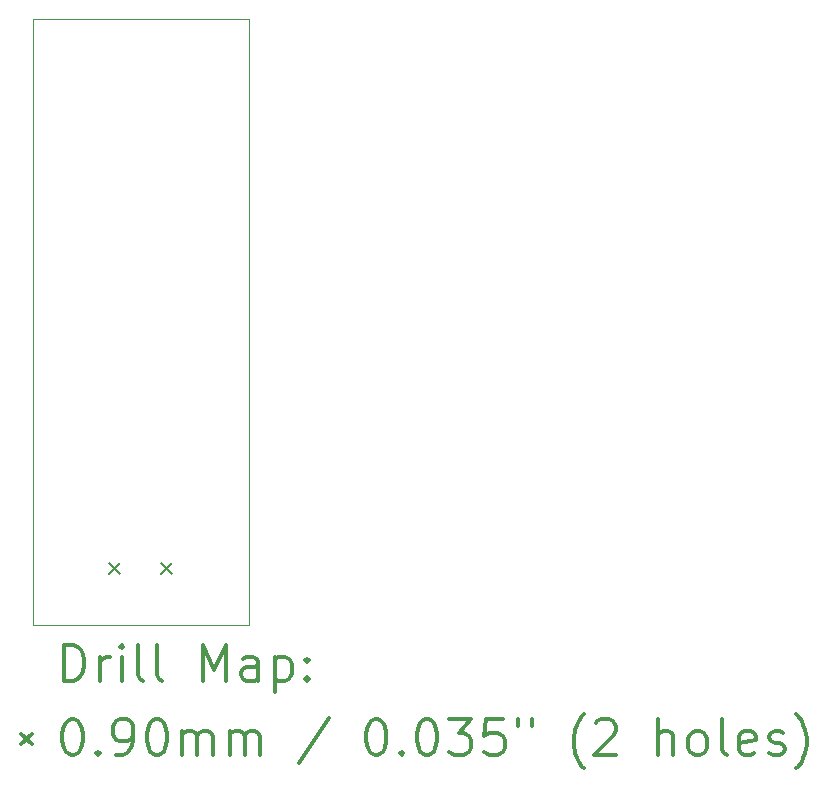
<source format=gbr>
%FSLAX45Y45*%
G04 Gerber Fmt 4.5, Leading zero omitted, Abs format (unit mm)*
G04 Created by KiCad (PCBNEW 4.0.0-rc1-stable) date 05/11/2015 13:36:21*
%MOMM*%
G01*
G04 APERTURE LIST*
%ADD10C,0.127000*%
%ADD11C,0.100000*%
%ADD12C,0.200000*%
%ADD13C,0.300000*%
G04 APERTURE END LIST*
D10*
D11*
X13817600Y-11087100D02*
X13830300Y-11087100D01*
X13817600Y-5956300D02*
X13817600Y-11087100D01*
X15646400Y-5956300D02*
X13817600Y-5956300D01*
X15646400Y-11061700D02*
X15646400Y-5956300D01*
X15646400Y-11087100D02*
X15646400Y-11061700D01*
X13830300Y-11087100D02*
X15646400Y-11087100D01*
D12*
X14467332Y-10562082D02*
X14557248Y-10651998D01*
X14557248Y-10562082D02*
X14467332Y-10651998D01*
X14907006Y-10562082D02*
X14996922Y-10651998D01*
X14996922Y-10562082D02*
X14907006Y-10651998D01*
D13*
X14084028Y-11557814D02*
X14084028Y-11257814D01*
X14155457Y-11257814D01*
X14198314Y-11272100D01*
X14226886Y-11300671D01*
X14241171Y-11329243D01*
X14255457Y-11386386D01*
X14255457Y-11429243D01*
X14241171Y-11486386D01*
X14226886Y-11514957D01*
X14198314Y-11543529D01*
X14155457Y-11557814D01*
X14084028Y-11557814D01*
X14384028Y-11557814D02*
X14384028Y-11357814D01*
X14384028Y-11414957D02*
X14398314Y-11386386D01*
X14412600Y-11372100D01*
X14441171Y-11357814D01*
X14469743Y-11357814D01*
X14569743Y-11557814D02*
X14569743Y-11357814D01*
X14569743Y-11257814D02*
X14555457Y-11272100D01*
X14569743Y-11286386D01*
X14584028Y-11272100D01*
X14569743Y-11257814D01*
X14569743Y-11286386D01*
X14755457Y-11557814D02*
X14726886Y-11543529D01*
X14712600Y-11514957D01*
X14712600Y-11257814D01*
X14912600Y-11557814D02*
X14884028Y-11543529D01*
X14869743Y-11514957D01*
X14869743Y-11257814D01*
X15255457Y-11557814D02*
X15255457Y-11257814D01*
X15355457Y-11472100D01*
X15455457Y-11257814D01*
X15455457Y-11557814D01*
X15726886Y-11557814D02*
X15726886Y-11400671D01*
X15712600Y-11372100D01*
X15684028Y-11357814D01*
X15626886Y-11357814D01*
X15598314Y-11372100D01*
X15726886Y-11543529D02*
X15698314Y-11557814D01*
X15626886Y-11557814D01*
X15598314Y-11543529D01*
X15584028Y-11514957D01*
X15584028Y-11486386D01*
X15598314Y-11457814D01*
X15626886Y-11443529D01*
X15698314Y-11443529D01*
X15726886Y-11429243D01*
X15869743Y-11357814D02*
X15869743Y-11657814D01*
X15869743Y-11372100D02*
X15898314Y-11357814D01*
X15955457Y-11357814D01*
X15984028Y-11372100D01*
X15998314Y-11386386D01*
X16012600Y-11414957D01*
X16012600Y-11500671D01*
X15998314Y-11529243D01*
X15984028Y-11543529D01*
X15955457Y-11557814D01*
X15898314Y-11557814D01*
X15869743Y-11543529D01*
X16141171Y-11529243D02*
X16155457Y-11543529D01*
X16141171Y-11557814D01*
X16126886Y-11543529D01*
X16141171Y-11529243D01*
X16141171Y-11557814D01*
X16141171Y-11372100D02*
X16155457Y-11386386D01*
X16141171Y-11400671D01*
X16126886Y-11386386D01*
X16141171Y-11372100D01*
X16141171Y-11400671D01*
X13722684Y-12007142D02*
X13812600Y-12097058D01*
X13812600Y-12007142D02*
X13722684Y-12097058D01*
X14141171Y-11887814D02*
X14169743Y-11887814D01*
X14198314Y-11902100D01*
X14212600Y-11916386D01*
X14226886Y-11944957D01*
X14241171Y-12002100D01*
X14241171Y-12073529D01*
X14226886Y-12130671D01*
X14212600Y-12159243D01*
X14198314Y-12173529D01*
X14169743Y-12187814D01*
X14141171Y-12187814D01*
X14112600Y-12173529D01*
X14098314Y-12159243D01*
X14084028Y-12130671D01*
X14069743Y-12073529D01*
X14069743Y-12002100D01*
X14084028Y-11944957D01*
X14098314Y-11916386D01*
X14112600Y-11902100D01*
X14141171Y-11887814D01*
X14369743Y-12159243D02*
X14384028Y-12173529D01*
X14369743Y-12187814D01*
X14355457Y-12173529D01*
X14369743Y-12159243D01*
X14369743Y-12187814D01*
X14526886Y-12187814D02*
X14584028Y-12187814D01*
X14612600Y-12173529D01*
X14626886Y-12159243D01*
X14655457Y-12116386D01*
X14669743Y-12059243D01*
X14669743Y-11944957D01*
X14655457Y-11916386D01*
X14641171Y-11902100D01*
X14612600Y-11887814D01*
X14555457Y-11887814D01*
X14526886Y-11902100D01*
X14512600Y-11916386D01*
X14498314Y-11944957D01*
X14498314Y-12016386D01*
X14512600Y-12044957D01*
X14526886Y-12059243D01*
X14555457Y-12073529D01*
X14612600Y-12073529D01*
X14641171Y-12059243D01*
X14655457Y-12044957D01*
X14669743Y-12016386D01*
X14855457Y-11887814D02*
X14884028Y-11887814D01*
X14912600Y-11902100D01*
X14926886Y-11916386D01*
X14941171Y-11944957D01*
X14955457Y-12002100D01*
X14955457Y-12073529D01*
X14941171Y-12130671D01*
X14926886Y-12159243D01*
X14912600Y-12173529D01*
X14884028Y-12187814D01*
X14855457Y-12187814D01*
X14826886Y-12173529D01*
X14812600Y-12159243D01*
X14798314Y-12130671D01*
X14784028Y-12073529D01*
X14784028Y-12002100D01*
X14798314Y-11944957D01*
X14812600Y-11916386D01*
X14826886Y-11902100D01*
X14855457Y-11887814D01*
X15084028Y-12187814D02*
X15084028Y-11987814D01*
X15084028Y-12016386D02*
X15098314Y-12002100D01*
X15126886Y-11987814D01*
X15169743Y-11987814D01*
X15198314Y-12002100D01*
X15212600Y-12030671D01*
X15212600Y-12187814D01*
X15212600Y-12030671D02*
X15226886Y-12002100D01*
X15255457Y-11987814D01*
X15298314Y-11987814D01*
X15326886Y-12002100D01*
X15341171Y-12030671D01*
X15341171Y-12187814D01*
X15484028Y-12187814D02*
X15484028Y-11987814D01*
X15484028Y-12016386D02*
X15498314Y-12002100D01*
X15526886Y-11987814D01*
X15569743Y-11987814D01*
X15598314Y-12002100D01*
X15612600Y-12030671D01*
X15612600Y-12187814D01*
X15612600Y-12030671D02*
X15626886Y-12002100D01*
X15655457Y-11987814D01*
X15698314Y-11987814D01*
X15726886Y-12002100D01*
X15741171Y-12030671D01*
X15741171Y-12187814D01*
X16326886Y-11873529D02*
X16069743Y-12259243D01*
X16712600Y-11887814D02*
X16741171Y-11887814D01*
X16769743Y-11902100D01*
X16784028Y-11916386D01*
X16798314Y-11944957D01*
X16812600Y-12002100D01*
X16812600Y-12073529D01*
X16798314Y-12130671D01*
X16784028Y-12159243D01*
X16769743Y-12173529D01*
X16741171Y-12187814D01*
X16712600Y-12187814D01*
X16684028Y-12173529D01*
X16669743Y-12159243D01*
X16655457Y-12130671D01*
X16641171Y-12073529D01*
X16641171Y-12002100D01*
X16655457Y-11944957D01*
X16669743Y-11916386D01*
X16684028Y-11902100D01*
X16712600Y-11887814D01*
X16941171Y-12159243D02*
X16955457Y-12173529D01*
X16941171Y-12187814D01*
X16926886Y-12173529D01*
X16941171Y-12159243D01*
X16941171Y-12187814D01*
X17141171Y-11887814D02*
X17169743Y-11887814D01*
X17198314Y-11902100D01*
X17212600Y-11916386D01*
X17226886Y-11944957D01*
X17241171Y-12002100D01*
X17241171Y-12073529D01*
X17226886Y-12130671D01*
X17212600Y-12159243D01*
X17198314Y-12173529D01*
X17169743Y-12187814D01*
X17141171Y-12187814D01*
X17112600Y-12173529D01*
X17098314Y-12159243D01*
X17084028Y-12130671D01*
X17069743Y-12073529D01*
X17069743Y-12002100D01*
X17084028Y-11944957D01*
X17098314Y-11916386D01*
X17112600Y-11902100D01*
X17141171Y-11887814D01*
X17341171Y-11887814D02*
X17526886Y-11887814D01*
X17426886Y-12002100D01*
X17469743Y-12002100D01*
X17498314Y-12016386D01*
X17512600Y-12030671D01*
X17526886Y-12059243D01*
X17526886Y-12130671D01*
X17512600Y-12159243D01*
X17498314Y-12173529D01*
X17469743Y-12187814D01*
X17384028Y-12187814D01*
X17355457Y-12173529D01*
X17341171Y-12159243D01*
X17798314Y-11887814D02*
X17655457Y-11887814D01*
X17641171Y-12030671D01*
X17655457Y-12016386D01*
X17684028Y-12002100D01*
X17755457Y-12002100D01*
X17784028Y-12016386D01*
X17798314Y-12030671D01*
X17812600Y-12059243D01*
X17812600Y-12130671D01*
X17798314Y-12159243D01*
X17784028Y-12173529D01*
X17755457Y-12187814D01*
X17684028Y-12187814D01*
X17655457Y-12173529D01*
X17641171Y-12159243D01*
X17926886Y-11887814D02*
X17926886Y-11944957D01*
X18041171Y-11887814D02*
X18041171Y-11944957D01*
X18484028Y-12302100D02*
X18469743Y-12287814D01*
X18441171Y-12244957D01*
X18426886Y-12216386D01*
X18412600Y-12173529D01*
X18398314Y-12102100D01*
X18398314Y-12044957D01*
X18412600Y-11973529D01*
X18426886Y-11930671D01*
X18441171Y-11902100D01*
X18469743Y-11859243D01*
X18484028Y-11844957D01*
X18584028Y-11916386D02*
X18598314Y-11902100D01*
X18626886Y-11887814D01*
X18698314Y-11887814D01*
X18726886Y-11902100D01*
X18741171Y-11916386D01*
X18755457Y-11944957D01*
X18755457Y-11973529D01*
X18741171Y-12016386D01*
X18569743Y-12187814D01*
X18755457Y-12187814D01*
X19112600Y-12187814D02*
X19112600Y-11887814D01*
X19241171Y-12187814D02*
X19241171Y-12030671D01*
X19226886Y-12002100D01*
X19198314Y-11987814D01*
X19155457Y-11987814D01*
X19126886Y-12002100D01*
X19112600Y-12016386D01*
X19426886Y-12187814D02*
X19398314Y-12173529D01*
X19384028Y-12159243D01*
X19369743Y-12130671D01*
X19369743Y-12044957D01*
X19384028Y-12016386D01*
X19398314Y-12002100D01*
X19426886Y-11987814D01*
X19469743Y-11987814D01*
X19498314Y-12002100D01*
X19512600Y-12016386D01*
X19526886Y-12044957D01*
X19526886Y-12130671D01*
X19512600Y-12159243D01*
X19498314Y-12173529D01*
X19469743Y-12187814D01*
X19426886Y-12187814D01*
X19698314Y-12187814D02*
X19669743Y-12173529D01*
X19655457Y-12144957D01*
X19655457Y-11887814D01*
X19926886Y-12173529D02*
X19898314Y-12187814D01*
X19841171Y-12187814D01*
X19812600Y-12173529D01*
X19798314Y-12144957D01*
X19798314Y-12030671D01*
X19812600Y-12002100D01*
X19841171Y-11987814D01*
X19898314Y-11987814D01*
X19926886Y-12002100D01*
X19941171Y-12030671D01*
X19941171Y-12059243D01*
X19798314Y-12087814D01*
X20055457Y-12173529D02*
X20084029Y-12187814D01*
X20141171Y-12187814D01*
X20169743Y-12173529D01*
X20184029Y-12144957D01*
X20184029Y-12130671D01*
X20169743Y-12102100D01*
X20141171Y-12087814D01*
X20098314Y-12087814D01*
X20069743Y-12073529D01*
X20055457Y-12044957D01*
X20055457Y-12030671D01*
X20069743Y-12002100D01*
X20098314Y-11987814D01*
X20141171Y-11987814D01*
X20169743Y-12002100D01*
X20284028Y-12302100D02*
X20298314Y-12287814D01*
X20326886Y-12244957D01*
X20341171Y-12216386D01*
X20355457Y-12173529D01*
X20369743Y-12102100D01*
X20369743Y-12044957D01*
X20355457Y-11973529D01*
X20341171Y-11930671D01*
X20326886Y-11902100D01*
X20298314Y-11859243D01*
X20284028Y-11844957D01*
M02*

</source>
